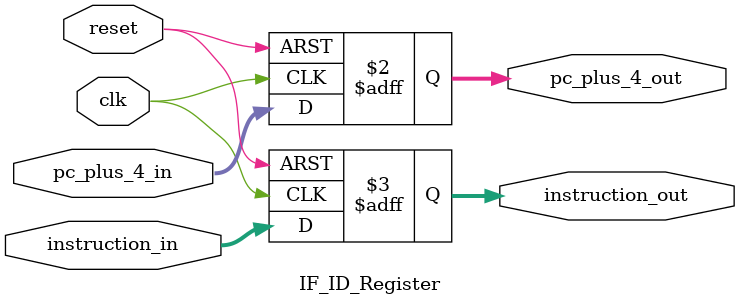
<source format=v>
module IF_ID_Register (
    input clk,
    input reset,
    input [31:0] pc_plus_4_in,
    input [31:0] instruction_in,
    output reg [31:0] pc_plus_4_out,
    output reg [31:0] instruction_out
);
    always @(posedge clk or posedge reset) begin
        if (reset) begin
            pc_plus_4_out <= 0;
            instruction_out <= 0;
        end else begin
            pc_plus_4_out <= pc_plus_4_in;
            instruction_out <= instruction_in;
        end
    end
endmodule

</source>
